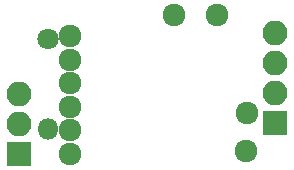
<source format=gbr>
G04 #@! TF.GenerationSoftware,KiCad,Pcbnew,(5.0.0-3-g5ebb6b6)*
G04 #@! TF.CreationDate,2018-08-29T13:14:50-06:00*
G04 #@! TF.ProjectId,Hak5-unify,48616B352D756E6966792E6B69636164,rev?*
G04 #@! TF.SameCoordinates,Original*
G04 #@! TF.FileFunction,Soldermask,Top*
G04 #@! TF.FilePolarity,Negative*
%FSLAX46Y46*%
G04 Gerber Fmt 4.6, Leading zero omitted, Abs format (unit mm)*
G04 Created by KiCad (PCBNEW (5.0.0-3-g5ebb6b6)) date Wednesday, August 29, 2018 at 01:14:50 PM*
%MOMM*%
%LPD*%
G01*
G04 APERTURE LIST*
%ADD10C,1.924000*%
%ADD11R,2.100000X2.100000*%
%ADD12O,2.100000X2.100000*%
%ADD13C,1.800000*%
%ADD14O,1.800000X1.800000*%
G04 APERTURE END LIST*
D10*
G04 #@! TO.C,U1*
X118300000Y-84450000D03*
X114700000Y-84450000D03*
X120900000Y-92750000D03*
X120800000Y-95950000D03*
X105850000Y-96250000D03*
X105850000Y-94250000D03*
X105850000Y-92250000D03*
X105850000Y-90250000D03*
X105850000Y-88250000D03*
X105850000Y-86250000D03*
G04 #@! TD*
D11*
G04 #@! TO.C,J2*
X101600000Y-96200000D03*
D12*
X101600000Y-93660000D03*
X101600000Y-91120000D03*
G04 #@! TD*
D11*
G04 #@! TO.C,J1*
X123200000Y-93600000D03*
D12*
X123200000Y-91060000D03*
X123200000Y-88520000D03*
X123200000Y-85980000D03*
G04 #@! TD*
D13*
G04 #@! TO.C,R1*
X104000000Y-86500000D03*
D14*
X104000000Y-94120000D03*
G04 #@! TD*
M02*

</source>
